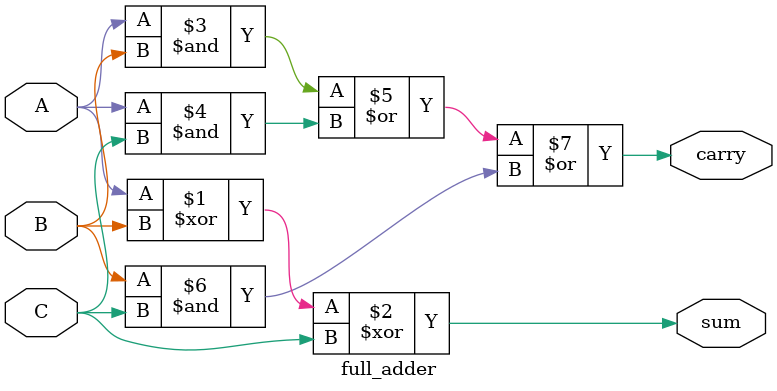
<source format=v>
module full_adder(A,B,C,sum,carry);
input A,B,C;
output sum,carry;
wire t1,t2,t3;
assign sum=A^B^C;
assign carry=(A&B)|(A&C)|(B&C);
endmodule
</source>
